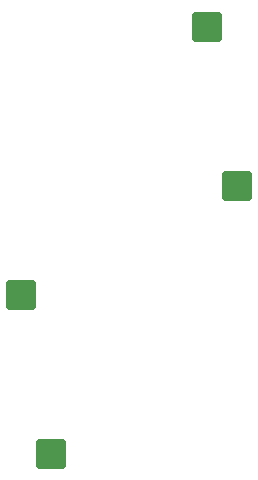
<source format=gbr>
%TF.GenerationSoftware,KiCad,Pcbnew,(6.0.7)*%
%TF.CreationDate,2023-01-05T19:36:13-06:00*%
%TF.ProjectId,OpenRectangle,4f70656e-5265-4637-9461-6e676c652e6b,rev?*%
%TF.SameCoordinates,Original*%
%TF.FileFunction,Paste,Bot*%
%TF.FilePolarity,Positive*%
%FSLAX46Y46*%
G04 Gerber Fmt 4.6, Leading zero omitted, Abs format (unit mm)*
G04 Created by KiCad (PCBNEW (6.0.7)) date 2023-01-05 19:36:13*
%MOMM*%
%LPD*%
G01*
G04 APERTURE LIST*
G04 Aperture macros list*
%AMRoundRect*
0 Rectangle with rounded corners*
0 $1 Rounding radius*
0 $2 $3 $4 $5 $6 $7 $8 $9 X,Y pos of 4 corners*
0 Add a 4 corners polygon primitive as box body*
4,1,4,$2,$3,$4,$5,$6,$7,$8,$9,$2,$3,0*
0 Add four circle primitives for the rounded corners*
1,1,$1+$1,$2,$3*
1,1,$1+$1,$4,$5*
1,1,$1+$1,$6,$7*
1,1,$1+$1,$8,$9*
0 Add four rect primitives between the rounded corners*
20,1,$1+$1,$2,$3,$4,$5,0*
20,1,$1+$1,$4,$5,$6,$7,0*
20,1,$1+$1,$6,$7,$8,$9,0*
20,1,$1+$1,$8,$9,$2,$3,0*%
G04 Aperture macros list end*
%ADD10RoundRect,0.250000X1.000000X-1.025000X1.000000X1.025000X-1.000000X1.025000X-1.000000X-1.025000X0*%
G04 APERTURE END LIST*
D10*
%TO.C,SW15*%
X261780743Y-106345648D03*
X264320743Y-119795648D03*
%TD*%
%TO.C,SW14*%
X277549743Y-83657648D03*
X280089743Y-97107648D03*
%TD*%
M02*

</source>
